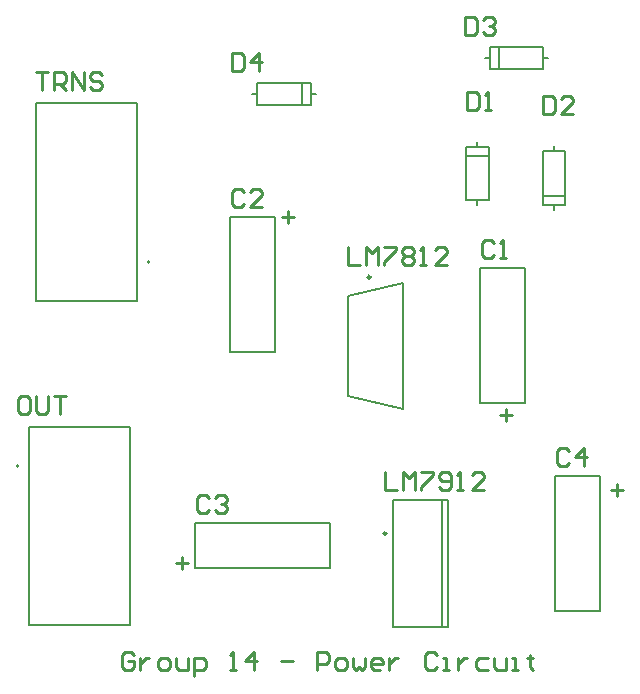
<source format=gto>
G04*
G04 #@! TF.GenerationSoftware,Altium Limited,Altium Designer,22.4.2 (48)*
G04*
G04 Layer_Color=65535*
%FSLAX25Y25*%
%MOIN*%
G70*
G04*
G04 #@! TF.SameCoordinates,86ED126B-1A43-4ADE-9BAE-4DEA70944F59*
G04*
G04*
G04 #@! TF.FilePolarity,Positive*
G04*
G01*
G75*
%ADD10C,0.00984*%
%ADD11C,0.00787*%
%ADD12C,0.00500*%
%ADD13C,0.01000*%
D10*
X145150Y53000D02*
G03*
X145150Y53000I-492J0D01*
G01*
X139866Y138472D02*
G03*
X139866Y138472I-492J0D01*
G01*
D11*
X22602Y75500D02*
G03*
X22602Y75500I-394J0D01*
G01*
X66185Y143500D02*
G03*
X66185Y143500I-394J0D01*
G01*
X176500Y96500D02*
X191500D01*
X176500D02*
Y141500D01*
X191500D01*
Y96500D02*
Y141500D01*
X163752Y21937D02*
Y64063D01*
X165720Y21937D02*
Y64063D01*
X147216Y21937D02*
Y64063D01*
X165720D01*
X147216Y21937D02*
X165720D01*
X81500Y41500D02*
Y56500D01*
X126500D01*
Y41500D02*
Y56500D01*
X81500Y41500D02*
X126500D01*
X132248Y132303D02*
X150752Y136504D01*
Y94693D02*
Y136307D01*
X132248Y98697D02*
X150752Y94496D01*
X132248Y98697D02*
Y132303D01*
X201000Y180476D02*
Y182051D01*
Y160949D02*
Y162524D01*
X197634Y165594D02*
X204366D01*
X197240Y162524D02*
X204760D01*
Y180476D01*
X197240D02*
X204760D01*
X197240Y162524D02*
Y180476D01*
X175500Y162449D02*
Y164024D01*
Y181976D02*
Y183551D01*
X172134Y178905D02*
X178866D01*
X171740Y181976D02*
X179260D01*
X171740Y164024D02*
Y181976D01*
Y164024D02*
X179260D01*
Y181976D01*
X93000Y158500D02*
X108000D01*
Y113500D02*
Y158500D01*
X93000Y113500D02*
X108000D01*
X93000D02*
Y158500D01*
X100449Y199500D02*
X102024D01*
X119976D02*
X121551D01*
X116905Y196134D02*
Y202866D01*
X119976Y195740D02*
Y203260D01*
X102024D02*
X119976D01*
X102024Y195740D02*
Y203260D01*
Y195740D02*
X119976D01*
X197476Y211500D02*
X199051D01*
X177949D02*
X179524D01*
X182595Y208134D02*
Y214866D01*
X179524Y207740D02*
Y215260D01*
Y207740D02*
X197476D01*
Y215260D01*
X179524D02*
X197476D01*
X201500Y72000D02*
X216500D01*
Y27000D02*
Y72000D01*
X201500Y27000D02*
X216500D01*
X201500D02*
Y72000D01*
D12*
X26146Y22350D02*
Y88650D01*
X59610Y22350D02*
Y88650D01*
X26146Y22350D02*
X59610D01*
X26146Y88650D02*
X59610D01*
X28390Y130350D02*
X61854D01*
X28390Y196650D02*
X61854D01*
X28390Y130350D02*
Y196650D01*
X61854Y130350D02*
Y196650D01*
D13*
X183000Y92499D02*
X186999D01*
X184999Y94499D02*
Y90500D01*
X220000Y67499D02*
X223999D01*
X221999Y69499D02*
Y65500D01*
X75000Y42999D02*
X78999D01*
X76999Y44999D02*
Y41000D01*
X110500Y158499D02*
X114499D01*
X112499Y160499D02*
Y156500D01*
X60999Y12498D02*
X59999Y13497D01*
X58000D01*
X57000Y12498D01*
Y8499D01*
X58000Y7499D01*
X59999D01*
X60999Y8499D01*
Y10498D01*
X58999D01*
X62998Y11498D02*
Y7499D01*
Y9499D01*
X63998Y10498D01*
X64997Y11498D01*
X65997D01*
X69996Y7499D02*
X71995D01*
X72995Y8499D01*
Y10498D01*
X71995Y11498D01*
X69996D01*
X68996Y10498D01*
Y8499D01*
X69996Y7499D01*
X74994Y11498D02*
Y8499D01*
X75994Y7499D01*
X78993D01*
Y11498D01*
X80992Y5500D02*
Y11498D01*
X83991D01*
X84991Y10498D01*
Y8499D01*
X83991Y7499D01*
X80992D01*
X92988D02*
X94988D01*
X93988D01*
Y13497D01*
X92988Y12498D01*
X100986Y7499D02*
Y13497D01*
X97987Y10498D01*
X101986D01*
X109983D02*
X113982D01*
X121979Y7499D02*
Y13497D01*
X124978D01*
X125978Y12498D01*
Y10498D01*
X124978Y9499D01*
X121979D01*
X128977Y7499D02*
X130976D01*
X131976Y8499D01*
Y10498D01*
X130976Y11498D01*
X128977D01*
X127977Y10498D01*
Y8499D01*
X128977Y7499D01*
X133975Y11498D02*
Y8499D01*
X134975Y7499D01*
X135975Y8499D01*
X136974Y7499D01*
X137974Y8499D01*
Y11498D01*
X142972Y7499D02*
X140973D01*
X139973Y8499D01*
Y10498D01*
X140973Y11498D01*
X142972D01*
X143972Y10498D01*
Y9499D01*
X139973D01*
X145971Y11498D02*
Y7499D01*
Y9499D01*
X146971Y10498D01*
X147971Y11498D01*
X148970D01*
X161966Y12498D02*
X160966Y13497D01*
X158967D01*
X157967Y12498D01*
Y8499D01*
X158967Y7499D01*
X160966D01*
X161966Y8499D01*
X163965Y7499D02*
X165965D01*
X164965D01*
Y11498D01*
X163965D01*
X168964D02*
Y7499D01*
Y9499D01*
X169964Y10498D01*
X170963Y11498D01*
X171963D01*
X178961D02*
X175961D01*
X174962Y10498D01*
Y8499D01*
X175961Y7499D01*
X178961D01*
X180960Y11498D02*
Y8499D01*
X181960Y7499D01*
X184959D01*
Y11498D01*
X186958Y7499D02*
X188957D01*
X187958D01*
Y11498D01*
X186958D01*
X192956Y12498D02*
Y11498D01*
X191956D01*
X193956D01*
X192956D01*
Y8499D01*
X193956Y7499D01*
X181099Y149898D02*
X180099Y150898D01*
X178100D01*
X177100Y149898D01*
Y145900D01*
X178100Y144900D01*
X180099D01*
X181099Y145900D01*
X183098Y144900D02*
X185097D01*
X184098D01*
Y150898D01*
X183098Y149898D01*
X25399Y98698D02*
X23400D01*
X22400Y97698D01*
Y93700D01*
X23400Y92700D01*
X25399D01*
X26399Y93700D01*
Y97698D01*
X25399Y98698D01*
X28398D02*
Y93700D01*
X29398Y92700D01*
X31397D01*
X32397Y93700D01*
Y98698D01*
X34396D02*
X38395D01*
X36395D01*
Y92700D01*
X28300Y206698D02*
X32299D01*
X30299D01*
Y200700D01*
X34298D02*
Y206698D01*
X37297D01*
X38297Y205698D01*
Y203699D01*
X37297Y202699D01*
X34298D01*
X36297D02*
X38297Y200700D01*
X40296D02*
Y206698D01*
X44295Y200700D01*
Y206698D01*
X50293Y205698D02*
X49293Y206698D01*
X47294D01*
X46294Y205698D01*
Y204699D01*
X47294Y203699D01*
X49293D01*
X50293Y202699D01*
Y201700D01*
X49293Y200700D01*
X47294D01*
X46294Y201700D01*
X144700Y73598D02*
Y67600D01*
X148699D01*
X150698D02*
Y73598D01*
X152697Y71599D01*
X154697Y73598D01*
Y67600D01*
X156696Y73598D02*
X160695D01*
Y72598D01*
X156696Y68600D01*
Y67600D01*
X162694Y68600D02*
X163694Y67600D01*
X165693D01*
X166693Y68600D01*
Y72598D01*
X165693Y73598D01*
X163694D01*
X162694Y72598D01*
Y71599D01*
X163694Y70599D01*
X166693D01*
X168692Y67600D02*
X170692D01*
X169692D01*
Y73598D01*
X168692Y72598D01*
X177689Y67600D02*
X173691D01*
X177689Y71599D01*
Y72598D01*
X176690Y73598D01*
X174690D01*
X173691Y72598D01*
X132500Y148498D02*
Y142500D01*
X136499D01*
X138498D02*
Y148498D01*
X140497Y146499D01*
X142497Y148498D01*
Y142500D01*
X144496Y148498D02*
X148495D01*
Y147498D01*
X144496Y143500D01*
Y142500D01*
X150494Y147498D02*
X151494Y148498D01*
X153493D01*
X154493Y147498D01*
Y146499D01*
X153493Y145499D01*
X154493Y144499D01*
Y143500D01*
X153493Y142500D01*
X151494D01*
X150494Y143500D01*
Y144499D01*
X151494Y145499D01*
X150494Y146499D01*
Y147498D01*
X151494Y145499D02*
X153493D01*
X156492Y142500D02*
X158492D01*
X157492D01*
Y148498D01*
X156492Y147498D01*
X165489Y142500D02*
X161491D01*
X165489Y146499D01*
Y147498D01*
X164490Y148498D01*
X162490D01*
X161491Y147498D01*
X93800Y212998D02*
Y207000D01*
X96799D01*
X97799Y208000D01*
Y211998D01*
X96799Y212998D01*
X93800D01*
X102797Y207000D02*
Y212998D01*
X99798Y209999D01*
X103797D01*
X171300Y224998D02*
Y219000D01*
X174299D01*
X175299Y220000D01*
Y223998D01*
X174299Y224998D01*
X171300D01*
X177298Y223998D02*
X178298Y224998D01*
X180297D01*
X181297Y223998D01*
Y222999D01*
X180297Y221999D01*
X179297D01*
X180297D01*
X181297Y220999D01*
Y220000D01*
X180297Y219000D01*
X178298D01*
X177298Y220000D01*
X197500Y198698D02*
Y192700D01*
X200499D01*
X201499Y193700D01*
Y197698D01*
X200499Y198698D01*
X197500D01*
X207497Y192700D02*
X203498D01*
X207497Y196699D01*
Y197698D01*
X206497Y198698D01*
X204498D01*
X203498Y197698D01*
X172000Y200198D02*
Y194200D01*
X174999D01*
X175999Y195200D01*
Y199198D01*
X174999Y200198D01*
X172000D01*
X177998Y194200D02*
X179997D01*
X178998D01*
Y200198D01*
X177998Y199198D01*
X206099Y80398D02*
X205099Y81398D01*
X203100D01*
X202100Y80398D01*
Y76400D01*
X203100Y75400D01*
X205099D01*
X206099Y76400D01*
X211097Y75400D02*
Y81398D01*
X208098Y78399D01*
X212097D01*
X86099Y64898D02*
X85099Y65898D01*
X83100D01*
X82100Y64898D01*
Y60900D01*
X83100Y59900D01*
X85099D01*
X86099Y60900D01*
X88098Y64898D02*
X89098Y65898D01*
X91097D01*
X92097Y64898D01*
Y63899D01*
X91097Y62899D01*
X90097D01*
X91097D01*
X92097Y61899D01*
Y60900D01*
X91097Y59900D01*
X89098D01*
X88098Y60900D01*
X97599Y166898D02*
X96599Y167898D01*
X94600D01*
X93600Y166898D01*
Y162900D01*
X94600Y161900D01*
X96599D01*
X97599Y162900D01*
X103597Y161900D02*
X99598D01*
X103597Y165899D01*
Y166898D01*
X102597Y167898D01*
X100598D01*
X99598Y166898D01*
M02*

</source>
